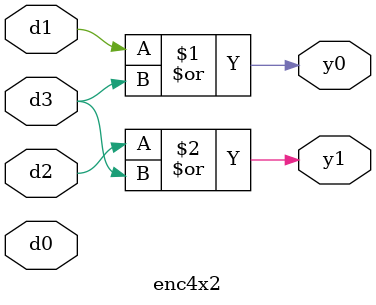
<source format=v>
module enc4x2(input d0,d1,d2,d3,output y1,y0);

or (y0,d1,d3);
or (y1,d2,d3);

endmodule
</source>
